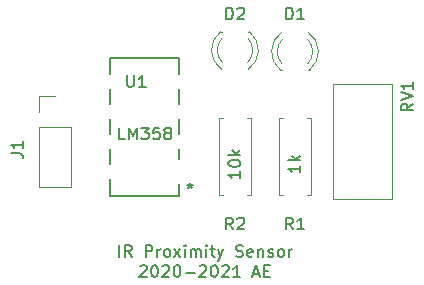
<source format=gto>
%TF.GenerationSoftware,KiCad,Pcbnew,(5.1.8)-1*%
%TF.CreationDate,2020-12-04T14:16:00-08:00*%
%TF.ProjectId,Tachometer,54616368-6f6d-4657-9465-722e6b696361,rev?*%
%TF.SameCoordinates,Original*%
%TF.FileFunction,Legend,Top*%
%TF.FilePolarity,Positive*%
%FSLAX46Y46*%
G04 Gerber Fmt 4.6, Leading zero omitted, Abs format (unit mm)*
G04 Created by KiCad (PCBNEW (5.1.8)-1) date 2020-12-04 14:16:00*
%MOMM*%
%LPD*%
G01*
G04 APERTURE LIST*
%ADD10C,0.200000*%
%ADD11C,0.120000*%
%ADD12C,0.152400*%
%ADD13C,0.150000*%
G04 APERTURE END LIST*
D10*
X84178095Y-92947380D02*
X84178095Y-91947380D01*
X85225714Y-92947380D02*
X84892380Y-92471190D01*
X84654285Y-92947380D02*
X84654285Y-91947380D01*
X85035238Y-91947380D01*
X85130476Y-91995000D01*
X85178095Y-92042619D01*
X85225714Y-92137857D01*
X85225714Y-92280714D01*
X85178095Y-92375952D01*
X85130476Y-92423571D01*
X85035238Y-92471190D01*
X84654285Y-92471190D01*
X86416190Y-92947380D02*
X86416190Y-91947380D01*
X86797142Y-91947380D01*
X86892380Y-91995000D01*
X86940000Y-92042619D01*
X86987619Y-92137857D01*
X86987619Y-92280714D01*
X86940000Y-92375952D01*
X86892380Y-92423571D01*
X86797142Y-92471190D01*
X86416190Y-92471190D01*
X87416190Y-92947380D02*
X87416190Y-92280714D01*
X87416190Y-92471190D02*
X87463809Y-92375952D01*
X87511428Y-92328333D01*
X87606666Y-92280714D01*
X87701904Y-92280714D01*
X88178095Y-92947380D02*
X88082857Y-92899761D01*
X88035238Y-92852142D01*
X87987619Y-92756904D01*
X87987619Y-92471190D01*
X88035238Y-92375952D01*
X88082857Y-92328333D01*
X88178095Y-92280714D01*
X88320952Y-92280714D01*
X88416190Y-92328333D01*
X88463809Y-92375952D01*
X88511428Y-92471190D01*
X88511428Y-92756904D01*
X88463809Y-92852142D01*
X88416190Y-92899761D01*
X88320952Y-92947380D01*
X88178095Y-92947380D01*
X88844761Y-92947380D02*
X89368571Y-92280714D01*
X88844761Y-92280714D02*
X89368571Y-92947380D01*
X89749523Y-92947380D02*
X89749523Y-92280714D01*
X89749523Y-91947380D02*
X89701904Y-91995000D01*
X89749523Y-92042619D01*
X89797142Y-91995000D01*
X89749523Y-91947380D01*
X89749523Y-92042619D01*
X90225714Y-92947380D02*
X90225714Y-92280714D01*
X90225714Y-92375952D02*
X90273333Y-92328333D01*
X90368571Y-92280714D01*
X90511428Y-92280714D01*
X90606666Y-92328333D01*
X90654285Y-92423571D01*
X90654285Y-92947380D01*
X90654285Y-92423571D02*
X90701904Y-92328333D01*
X90797142Y-92280714D01*
X90940000Y-92280714D01*
X91035238Y-92328333D01*
X91082857Y-92423571D01*
X91082857Y-92947380D01*
X91559047Y-92947380D02*
X91559047Y-92280714D01*
X91559047Y-91947380D02*
X91511428Y-91995000D01*
X91559047Y-92042619D01*
X91606666Y-91995000D01*
X91559047Y-91947380D01*
X91559047Y-92042619D01*
X91892380Y-92280714D02*
X92273333Y-92280714D01*
X92035238Y-91947380D02*
X92035238Y-92804523D01*
X92082857Y-92899761D01*
X92178095Y-92947380D01*
X92273333Y-92947380D01*
X92511428Y-92280714D02*
X92749523Y-92947380D01*
X92987619Y-92280714D02*
X92749523Y-92947380D01*
X92654285Y-93185476D01*
X92606666Y-93233095D01*
X92511428Y-93280714D01*
X94082857Y-92899761D02*
X94225714Y-92947380D01*
X94463809Y-92947380D01*
X94559047Y-92899761D01*
X94606666Y-92852142D01*
X94654285Y-92756904D01*
X94654285Y-92661666D01*
X94606666Y-92566428D01*
X94559047Y-92518809D01*
X94463809Y-92471190D01*
X94273333Y-92423571D01*
X94178095Y-92375952D01*
X94130476Y-92328333D01*
X94082857Y-92233095D01*
X94082857Y-92137857D01*
X94130476Y-92042619D01*
X94178095Y-91995000D01*
X94273333Y-91947380D01*
X94511428Y-91947380D01*
X94654285Y-91995000D01*
X95463809Y-92899761D02*
X95368571Y-92947380D01*
X95178095Y-92947380D01*
X95082857Y-92899761D01*
X95035238Y-92804523D01*
X95035238Y-92423571D01*
X95082857Y-92328333D01*
X95178095Y-92280714D01*
X95368571Y-92280714D01*
X95463809Y-92328333D01*
X95511428Y-92423571D01*
X95511428Y-92518809D01*
X95035238Y-92614047D01*
X95940000Y-92280714D02*
X95940000Y-92947380D01*
X95940000Y-92375952D02*
X95987619Y-92328333D01*
X96082857Y-92280714D01*
X96225714Y-92280714D01*
X96320952Y-92328333D01*
X96368571Y-92423571D01*
X96368571Y-92947380D01*
X96797142Y-92899761D02*
X96892380Y-92947380D01*
X97082857Y-92947380D01*
X97178095Y-92899761D01*
X97225714Y-92804523D01*
X97225714Y-92756904D01*
X97178095Y-92661666D01*
X97082857Y-92614047D01*
X96940000Y-92614047D01*
X96844761Y-92566428D01*
X96797142Y-92471190D01*
X96797142Y-92423571D01*
X96844761Y-92328333D01*
X96940000Y-92280714D01*
X97082857Y-92280714D01*
X97178095Y-92328333D01*
X97797142Y-92947380D02*
X97701904Y-92899761D01*
X97654285Y-92852142D01*
X97606666Y-92756904D01*
X97606666Y-92471190D01*
X97654285Y-92375952D01*
X97701904Y-92328333D01*
X97797142Y-92280714D01*
X97940000Y-92280714D01*
X98035238Y-92328333D01*
X98082857Y-92375952D01*
X98130476Y-92471190D01*
X98130476Y-92756904D01*
X98082857Y-92852142D01*
X98035238Y-92899761D01*
X97940000Y-92947380D01*
X97797142Y-92947380D01*
X98559047Y-92947380D02*
X98559047Y-92280714D01*
X98559047Y-92471190D02*
X98606666Y-92375952D01*
X98654285Y-92328333D01*
X98749523Y-92280714D01*
X98844761Y-92280714D01*
X85940000Y-93742619D02*
X85987619Y-93695000D01*
X86082857Y-93647380D01*
X86320952Y-93647380D01*
X86416190Y-93695000D01*
X86463809Y-93742619D01*
X86511428Y-93837857D01*
X86511428Y-93933095D01*
X86463809Y-94075952D01*
X85892380Y-94647380D01*
X86511428Y-94647380D01*
X87130476Y-93647380D02*
X87225714Y-93647380D01*
X87320952Y-93695000D01*
X87368571Y-93742619D01*
X87416190Y-93837857D01*
X87463809Y-94028333D01*
X87463809Y-94266428D01*
X87416190Y-94456904D01*
X87368571Y-94552142D01*
X87320952Y-94599761D01*
X87225714Y-94647380D01*
X87130476Y-94647380D01*
X87035238Y-94599761D01*
X86987619Y-94552142D01*
X86940000Y-94456904D01*
X86892380Y-94266428D01*
X86892380Y-94028333D01*
X86940000Y-93837857D01*
X86987619Y-93742619D01*
X87035238Y-93695000D01*
X87130476Y-93647380D01*
X87844761Y-93742619D02*
X87892380Y-93695000D01*
X87987619Y-93647380D01*
X88225714Y-93647380D01*
X88320952Y-93695000D01*
X88368571Y-93742619D01*
X88416190Y-93837857D01*
X88416190Y-93933095D01*
X88368571Y-94075952D01*
X87797142Y-94647380D01*
X88416190Y-94647380D01*
X89035238Y-93647380D02*
X89130476Y-93647380D01*
X89225714Y-93695000D01*
X89273333Y-93742619D01*
X89320952Y-93837857D01*
X89368571Y-94028333D01*
X89368571Y-94266428D01*
X89320952Y-94456904D01*
X89273333Y-94552142D01*
X89225714Y-94599761D01*
X89130476Y-94647380D01*
X89035238Y-94647380D01*
X88940000Y-94599761D01*
X88892380Y-94552142D01*
X88844761Y-94456904D01*
X88797142Y-94266428D01*
X88797142Y-94028333D01*
X88844761Y-93837857D01*
X88892380Y-93742619D01*
X88940000Y-93695000D01*
X89035238Y-93647380D01*
X89797142Y-94266428D02*
X90559047Y-94266428D01*
X90987619Y-93742619D02*
X91035238Y-93695000D01*
X91130476Y-93647380D01*
X91368571Y-93647380D01*
X91463809Y-93695000D01*
X91511428Y-93742619D01*
X91559047Y-93837857D01*
X91559047Y-93933095D01*
X91511428Y-94075952D01*
X90940000Y-94647380D01*
X91559047Y-94647380D01*
X92178095Y-93647380D02*
X92273333Y-93647380D01*
X92368571Y-93695000D01*
X92416190Y-93742619D01*
X92463809Y-93837857D01*
X92511428Y-94028333D01*
X92511428Y-94266428D01*
X92463809Y-94456904D01*
X92416190Y-94552142D01*
X92368571Y-94599761D01*
X92273333Y-94647380D01*
X92178095Y-94647380D01*
X92082857Y-94599761D01*
X92035238Y-94552142D01*
X91987619Y-94456904D01*
X91940000Y-94266428D01*
X91940000Y-94028333D01*
X91987619Y-93837857D01*
X92035238Y-93742619D01*
X92082857Y-93695000D01*
X92178095Y-93647380D01*
X92892380Y-93742619D02*
X92940000Y-93695000D01*
X93035238Y-93647380D01*
X93273333Y-93647380D01*
X93368571Y-93695000D01*
X93416190Y-93742619D01*
X93463809Y-93837857D01*
X93463809Y-93933095D01*
X93416190Y-94075952D01*
X92844761Y-94647380D01*
X93463809Y-94647380D01*
X94416190Y-94647380D02*
X93844761Y-94647380D01*
X94130476Y-94647380D02*
X94130476Y-93647380D01*
X94035238Y-93790238D01*
X93940000Y-93885476D01*
X93844761Y-93933095D01*
X95559047Y-94361666D02*
X96035238Y-94361666D01*
X95463809Y-94647380D02*
X95797142Y-93647380D01*
X96130476Y-94647380D01*
X96463809Y-94123571D02*
X96797142Y-94123571D01*
X96940000Y-94647380D02*
X96463809Y-94647380D01*
X96463809Y-93647380D01*
X96940000Y-93647380D01*
D11*
%TO.C,RV1*%
X102245000Y-78300000D02*
X107315000Y-78300000D01*
X102245000Y-88070000D02*
X107315000Y-88070000D01*
X107315000Y-88070000D02*
X107315000Y-78300000D01*
X102245000Y-88070000D02*
X102245000Y-78300000D01*
%TO.C,R2*%
X92610000Y-87725000D02*
X92940000Y-87725000D01*
X92610000Y-81185000D02*
X92610000Y-87725000D01*
X92940000Y-81185000D02*
X92610000Y-81185000D01*
X95350000Y-87725000D02*
X95020000Y-87725000D01*
X95350000Y-81185000D02*
X95350000Y-87725000D01*
X95020000Y-81185000D02*
X95350000Y-81185000D01*
%TO.C,R1*%
X97690000Y-87725000D02*
X98020000Y-87725000D01*
X97690000Y-81185000D02*
X97690000Y-87725000D01*
X98020000Y-81185000D02*
X97690000Y-81185000D01*
X100430000Y-87725000D02*
X100100000Y-87725000D01*
X100430000Y-81185000D02*
X100430000Y-87725000D01*
X100100000Y-81185000D02*
X100430000Y-81185000D01*
%TO.C,J1*%
X77410000Y-87055000D02*
X80070000Y-87055000D01*
X77410000Y-81915000D02*
X77410000Y-87055000D01*
X80070000Y-81915000D02*
X80070000Y-87055000D01*
X77410000Y-81915000D02*
X80070000Y-81915000D01*
X77410000Y-80645000D02*
X77410000Y-79315000D01*
X77410000Y-79315000D02*
X78740000Y-79315000D01*
%TO.C,D2*%
X95216000Y-73878000D02*
X95060000Y-73878000D01*
X92900000Y-73878000D02*
X92744000Y-73878000D01*
X92900163Y-76479130D02*
G75*
G02*
X92900000Y-74397039I1079837J1041130D01*
G01*
X95059837Y-76479130D02*
G75*
G03*
X95060000Y-74397039I-1079837J1041130D01*
G01*
X92901392Y-77110335D02*
G75*
G02*
X92744484Y-73878000I1078608J1672335D01*
G01*
X95058608Y-77110335D02*
G75*
G03*
X95215516Y-73878000I-1078608J1672335D01*
G01*
D12*
%TO.C,U1*%
X89281000Y-76073000D02*
X83439000Y-76073000D01*
X83439000Y-76073000D02*
X83439000Y-77466146D01*
X83439000Y-87757000D02*
X89281000Y-87757000D01*
X89281000Y-87757000D02*
X89281000Y-86794550D01*
X89281000Y-84655450D02*
X89281000Y-83823854D01*
X89281000Y-82546146D02*
X89281000Y-81283854D01*
X89281000Y-80006146D02*
X89281000Y-78743854D01*
X89281000Y-77466146D02*
X89281000Y-76073000D01*
X83439000Y-78743854D02*
X83439000Y-80006146D01*
X83439000Y-81283854D02*
X83439000Y-82546146D01*
X83439000Y-83823854D02*
X83439000Y-85086146D01*
X83439000Y-86363854D02*
X83439000Y-87757000D01*
D11*
%TO.C,D1*%
X97824000Y-77125000D02*
X97980000Y-77125000D01*
X100140000Y-77125000D02*
X100296000Y-77125000D01*
X100139837Y-74523870D02*
G75*
G02*
X100140000Y-76605961I-1079837J-1041130D01*
G01*
X97980163Y-74523870D02*
G75*
G03*
X97980000Y-76605961I1079837J-1041130D01*
G01*
X100138608Y-73892665D02*
G75*
G02*
X100295516Y-77125000I-1078608J-1672335D01*
G01*
X97981392Y-73892665D02*
G75*
G03*
X97824484Y-77125000I1078608J-1672335D01*
G01*
%TO.C,RV1*%
D13*
X109037380Y-79970238D02*
X108561190Y-80303571D01*
X109037380Y-80541666D02*
X108037380Y-80541666D01*
X108037380Y-80160714D01*
X108085000Y-80065476D01*
X108132619Y-80017857D01*
X108227857Y-79970238D01*
X108370714Y-79970238D01*
X108465952Y-80017857D01*
X108513571Y-80065476D01*
X108561190Y-80160714D01*
X108561190Y-80541666D01*
X108037380Y-79684523D02*
X109037380Y-79351190D01*
X108037380Y-79017857D01*
X109037380Y-78160714D02*
X109037380Y-78732142D01*
X109037380Y-78446428D02*
X108037380Y-78446428D01*
X108180238Y-78541666D01*
X108275476Y-78636904D01*
X108323095Y-78732142D01*
%TO.C,R2*%
X93813333Y-90622380D02*
X93480000Y-90146190D01*
X93241904Y-90622380D02*
X93241904Y-89622380D01*
X93622857Y-89622380D01*
X93718095Y-89670000D01*
X93765714Y-89717619D01*
X93813333Y-89812857D01*
X93813333Y-89955714D01*
X93765714Y-90050952D01*
X93718095Y-90098571D01*
X93622857Y-90146190D01*
X93241904Y-90146190D01*
X94194285Y-89717619D02*
X94241904Y-89670000D01*
X94337142Y-89622380D01*
X94575238Y-89622380D01*
X94670476Y-89670000D01*
X94718095Y-89717619D01*
X94765714Y-89812857D01*
X94765714Y-89908095D01*
X94718095Y-90050952D01*
X94146666Y-90622380D01*
X94765714Y-90622380D01*
X94432380Y-85685238D02*
X94432380Y-86256666D01*
X94432380Y-85970952D02*
X93432380Y-85970952D01*
X93575238Y-86066190D01*
X93670476Y-86161428D01*
X93718095Y-86256666D01*
X93432380Y-85066190D02*
X93432380Y-84970952D01*
X93480000Y-84875714D01*
X93527619Y-84828095D01*
X93622857Y-84780476D01*
X93813333Y-84732857D01*
X94051428Y-84732857D01*
X94241904Y-84780476D01*
X94337142Y-84828095D01*
X94384761Y-84875714D01*
X94432380Y-84970952D01*
X94432380Y-85066190D01*
X94384761Y-85161428D01*
X94337142Y-85209047D01*
X94241904Y-85256666D01*
X94051428Y-85304285D01*
X93813333Y-85304285D01*
X93622857Y-85256666D01*
X93527619Y-85209047D01*
X93480000Y-85161428D01*
X93432380Y-85066190D01*
X94432380Y-84304285D02*
X93432380Y-84304285D01*
X94051428Y-84209047D02*
X94432380Y-83923333D01*
X93765714Y-83923333D02*
X94146666Y-84304285D01*
%TO.C,R1*%
X98893333Y-90622380D02*
X98560000Y-90146190D01*
X98321904Y-90622380D02*
X98321904Y-89622380D01*
X98702857Y-89622380D01*
X98798095Y-89670000D01*
X98845714Y-89717619D01*
X98893333Y-89812857D01*
X98893333Y-89955714D01*
X98845714Y-90050952D01*
X98798095Y-90098571D01*
X98702857Y-90146190D01*
X98321904Y-90146190D01*
X99845714Y-90622380D02*
X99274285Y-90622380D01*
X99560000Y-90622380D02*
X99560000Y-89622380D01*
X99464761Y-89765238D01*
X99369523Y-89860476D01*
X99274285Y-89908095D01*
X99512380Y-85209047D02*
X99512380Y-85780476D01*
X99512380Y-85494761D02*
X98512380Y-85494761D01*
X98655238Y-85590000D01*
X98750476Y-85685238D01*
X98798095Y-85780476D01*
X99512380Y-84780476D02*
X98512380Y-84780476D01*
X99131428Y-84685238D02*
X99512380Y-84399523D01*
X98845714Y-84399523D02*
X99226666Y-84780476D01*
%TO.C,J1*%
X75017380Y-84153333D02*
X75731666Y-84153333D01*
X75874523Y-84200952D01*
X75969761Y-84296190D01*
X76017380Y-84439047D01*
X76017380Y-84534285D01*
X76017380Y-83153333D02*
X76017380Y-83724761D01*
X76017380Y-83439047D02*
X75017380Y-83439047D01*
X75160238Y-83534285D01*
X75255476Y-83629523D01*
X75303095Y-83724761D01*
%TO.C,D2*%
X93241904Y-72842380D02*
X93241904Y-71842380D01*
X93480000Y-71842380D01*
X93622857Y-71890000D01*
X93718095Y-71985238D01*
X93765714Y-72080476D01*
X93813333Y-72270952D01*
X93813333Y-72413809D01*
X93765714Y-72604285D01*
X93718095Y-72699523D01*
X93622857Y-72794761D01*
X93480000Y-72842380D01*
X93241904Y-72842380D01*
X94194285Y-71937619D02*
X94241904Y-71890000D01*
X94337142Y-71842380D01*
X94575238Y-71842380D01*
X94670476Y-71890000D01*
X94718095Y-71937619D01*
X94765714Y-72032857D01*
X94765714Y-72128095D01*
X94718095Y-72270952D01*
X94146666Y-72842380D01*
X94765714Y-72842380D01*
%TO.C,U1*%
X84836095Y-77557380D02*
X84836095Y-78366904D01*
X84883714Y-78462142D01*
X84931333Y-78509761D01*
X85026571Y-78557380D01*
X85217047Y-78557380D01*
X85312285Y-78509761D01*
X85359904Y-78462142D01*
X85407523Y-78366904D01*
X85407523Y-77557380D01*
X86407523Y-78557380D02*
X85836095Y-78557380D01*
X86121809Y-78557380D02*
X86121809Y-77557380D01*
X86026571Y-77700238D01*
X85931333Y-77795476D01*
X85836095Y-77843095D01*
X84669523Y-83002380D02*
X84193333Y-83002380D01*
X84193333Y-82002380D01*
X85002857Y-83002380D02*
X85002857Y-82002380D01*
X85336190Y-82716666D01*
X85669523Y-82002380D01*
X85669523Y-83002380D01*
X86050476Y-82002380D02*
X86669523Y-82002380D01*
X86336190Y-82383333D01*
X86479047Y-82383333D01*
X86574285Y-82430952D01*
X86621904Y-82478571D01*
X86669523Y-82573809D01*
X86669523Y-82811904D01*
X86621904Y-82907142D01*
X86574285Y-82954761D01*
X86479047Y-83002380D01*
X86193333Y-83002380D01*
X86098095Y-82954761D01*
X86050476Y-82907142D01*
X87574285Y-82002380D02*
X87098095Y-82002380D01*
X87050476Y-82478571D01*
X87098095Y-82430952D01*
X87193333Y-82383333D01*
X87431428Y-82383333D01*
X87526666Y-82430952D01*
X87574285Y-82478571D01*
X87621904Y-82573809D01*
X87621904Y-82811904D01*
X87574285Y-82907142D01*
X87526666Y-82954761D01*
X87431428Y-83002380D01*
X87193333Y-83002380D01*
X87098095Y-82954761D01*
X87050476Y-82907142D01*
X88193333Y-82430952D02*
X88098095Y-82383333D01*
X88050476Y-82335714D01*
X88002857Y-82240476D01*
X88002857Y-82192857D01*
X88050476Y-82097619D01*
X88098095Y-82050000D01*
X88193333Y-82002380D01*
X88383809Y-82002380D01*
X88479047Y-82050000D01*
X88526666Y-82097619D01*
X88574285Y-82192857D01*
X88574285Y-82240476D01*
X88526666Y-82335714D01*
X88479047Y-82383333D01*
X88383809Y-82430952D01*
X88193333Y-82430952D01*
X88098095Y-82478571D01*
X88050476Y-82526190D01*
X88002857Y-82621428D01*
X88002857Y-82811904D01*
X88050476Y-82907142D01*
X88098095Y-82954761D01*
X88193333Y-83002380D01*
X88383809Y-83002380D01*
X88479047Y-82954761D01*
X88526666Y-82907142D01*
X88574285Y-82811904D01*
X88574285Y-82621428D01*
X88526666Y-82526190D01*
X88479047Y-82478571D01*
X88383809Y-82430952D01*
X90170000Y-86701380D02*
X90170000Y-86939476D01*
X89931904Y-86844238D02*
X90170000Y-86939476D01*
X90408095Y-86844238D01*
X90027142Y-87129952D02*
X90170000Y-86939476D01*
X90312857Y-87129952D01*
X90170000Y-86701380D02*
X90170000Y-86939476D01*
X89931904Y-86844238D02*
X90170000Y-86939476D01*
X90408095Y-86844238D01*
X90027142Y-87129952D02*
X90170000Y-86939476D01*
X90312857Y-87129952D01*
%TO.C,D1*%
X98321904Y-72842380D02*
X98321904Y-71842380D01*
X98560000Y-71842380D01*
X98702857Y-71890000D01*
X98798095Y-71985238D01*
X98845714Y-72080476D01*
X98893333Y-72270952D01*
X98893333Y-72413809D01*
X98845714Y-72604285D01*
X98798095Y-72699523D01*
X98702857Y-72794761D01*
X98560000Y-72842380D01*
X98321904Y-72842380D01*
X99845714Y-72842380D02*
X99274285Y-72842380D01*
X99560000Y-72842380D02*
X99560000Y-71842380D01*
X99464761Y-71985238D01*
X99369523Y-72080476D01*
X99274285Y-72128095D01*
%TD*%
M02*

</source>
